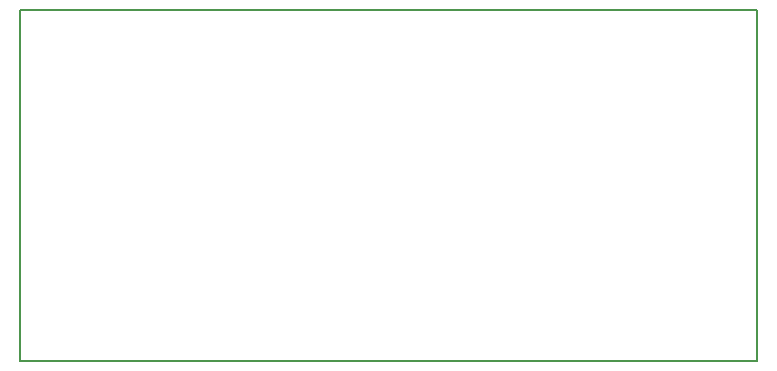
<source format=gm1>
G04 MADE WITH FRITZING*
G04 WWW.FRITZING.ORG*
G04 DOUBLE SIDED*
G04 HOLES PLATED*
G04 CONTOUR ON CENTER OF CONTOUR VECTOR*
%ASAXBY*%
%FSLAX23Y23*%
%MOIN*%
%OFA0B0*%
%SFA1.0B1.0*%
%ADD10R,2.465630X1.179480*%
%ADD11C,0.008000*%
%ADD10C,0.008*%
%LNCONTOUR*%
G90*
G70*
G54D10*
G54D11*
X4Y1175D02*
X2462Y1175D01*
X2462Y4D01*
X4Y4D01*
X4Y1175D01*
D02*
G04 End of contour*
M02*
</source>
